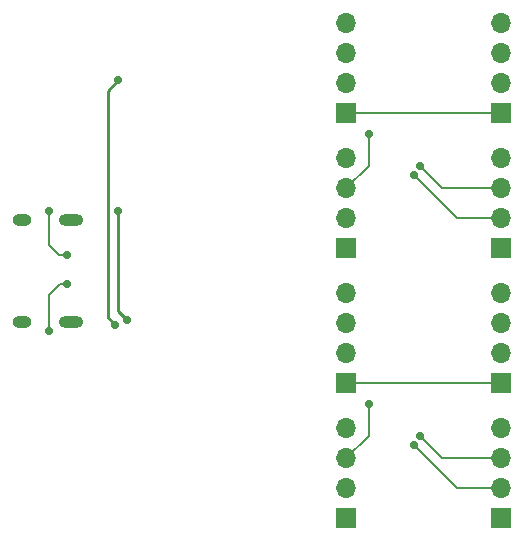
<source format=gbr>
%TF.GenerationSoftware,KiCad,Pcbnew,7.0.1*%
%TF.CreationDate,2023-04-24T21:53:49-04:00*%
%TF.ProjectId,lots-of-serial,6c6f7473-2d6f-4662-9d73-657269616c2e,rev?*%
%TF.SameCoordinates,Original*%
%TF.FileFunction,Copper,L2,Bot*%
%TF.FilePolarity,Positive*%
%FSLAX46Y46*%
G04 Gerber Fmt 4.6, Leading zero omitted, Abs format (unit mm)*
G04 Created by KiCad (PCBNEW 7.0.1) date 2023-04-24 21:53:49*
%MOMM*%
%LPD*%
G01*
G04 APERTURE LIST*
%TA.AperFunction,ComponentPad*%
%ADD10R,1.700000X1.700000*%
%TD*%
%TA.AperFunction,ComponentPad*%
%ADD11O,1.700000X1.700000*%
%TD*%
%TA.AperFunction,ComponentPad*%
%ADD12O,2.100000X1.000000*%
%TD*%
%TA.AperFunction,ComponentPad*%
%ADD13O,1.600000X1.000000*%
%TD*%
%TA.AperFunction,ViaPad*%
%ADD14C,0.700000*%
%TD*%
%TA.AperFunction,Conductor*%
%ADD15C,0.250000*%
%TD*%
%TA.AperFunction,Conductor*%
%ADD16C,0.200000*%
%TD*%
G04 APERTURE END LIST*
D10*
%TO.P,J5,1,Pin_1*%
%TO.N,Vo1*%
X105537000Y-60315000D03*
D11*
%TO.P,J5,2,Pin_2*%
%TO.N,232_TX1*%
X105537000Y-57775000D03*
%TO.P,J5,3,Pin_3*%
%TO.N,232_RX1*%
X105537000Y-55235000D03*
%TO.P,J5,4,Pin_4*%
%TO.N,GND*%
X105537000Y-52695000D03*
%TD*%
D10*
%TO.P,J8,1,Pin_1*%
%TO.N,Vo4*%
X105537000Y-94605000D03*
D11*
%TO.P,J8,2,Pin_2*%
%TO.N,232_TX4*%
X105537000Y-92065000D03*
%TO.P,J8,3,Pin_3*%
%TO.N,232_RX4*%
X105537000Y-89525000D03*
%TO.P,J8,4,Pin_4*%
%TO.N,GND*%
X105537000Y-86985000D03*
%TD*%
D10*
%TO.P,J7,1,Pin_1*%
%TO.N,Vo3*%
X105537000Y-83175000D03*
D11*
%TO.P,J7,2,Pin_2*%
%TO.N,232_TX3*%
X105537000Y-80635000D03*
%TO.P,J7,3,Pin_3*%
%TO.N,232_RX3*%
X105537000Y-78095000D03*
%TO.P,J7,4,Pin_4*%
%TO.N,GND*%
X105537000Y-75555000D03*
%TD*%
D10*
%TO.P,J6,1,Pin_1*%
%TO.N,Vo2*%
X105537000Y-71745000D03*
D11*
%TO.P,J6,2,Pin_2*%
%TO.N,232_TX2*%
X105537000Y-69205000D03*
%TO.P,J6,3,Pin_3*%
%TO.N,232_RX2*%
X105537000Y-66665000D03*
%TO.P,J6,4,Pin_4*%
%TO.N,GND*%
X105537000Y-64125000D03*
%TD*%
D10*
%TO.P,J4,1,Pin_1*%
%TO.N,Vo1*%
X92456000Y-60315000D03*
D11*
%TO.P,J4,2,Pin_2*%
%TO.N,TX1*%
X92456000Y-57775000D03*
%TO.P,J4,3,Pin_3*%
%TO.N,RX1*%
X92456000Y-55235000D03*
%TO.P,J4,4,Pin_4*%
%TO.N,GND*%
X92456000Y-52695000D03*
%TD*%
D10*
%TO.P,J1,1,Pin_1*%
%TO.N,Vo4*%
X92456000Y-94605000D03*
D11*
%TO.P,J1,2,Pin_2*%
%TO.N,TX4*%
X92456000Y-92065000D03*
%TO.P,J1,3,Pin_3*%
%TO.N,RX4*%
X92456000Y-89525000D03*
%TO.P,J1,4,Pin_4*%
%TO.N,GND*%
X92456000Y-86985000D03*
%TD*%
D10*
%TO.P,J2,1,Pin_1*%
%TO.N,Vo3*%
X92456000Y-83175000D03*
D11*
%TO.P,J2,2,Pin_2*%
%TO.N,TX3*%
X92456000Y-80635000D03*
%TO.P,J2,3,Pin_3*%
%TO.N,RX3*%
X92456000Y-78095000D03*
%TO.P,J2,4,Pin_4*%
%TO.N,GND*%
X92456000Y-75555000D03*
%TD*%
D10*
%TO.P,J3,1,Pin_1*%
%TO.N,Vo2*%
X92456000Y-71745000D03*
D11*
%TO.P,J3,2,Pin_2*%
%TO.N,TX2*%
X92456000Y-69205000D03*
%TO.P,J3,3,Pin_3*%
%TO.N,RX2*%
X92456000Y-66665000D03*
%TO.P,J3,4,Pin_4*%
%TO.N,GND*%
X92456000Y-64125000D03*
%TD*%
D12*
%TO.P,USB1,S1,SHIELD*%
%TO.N,unconnected-(USB1-SHIELD-PadS1)*%
X69170000Y-69340000D03*
D13*
X64990000Y-69340000D03*
D12*
X69170000Y-77980000D03*
D13*
X64990000Y-77980000D03*
%TD*%
D14*
%TO.N,Net-(D1-K)*%
X73152000Y-57531000D03*
X72898000Y-78232000D03*
%TO.N,Net-(D3-K)*%
X73914000Y-77851000D03*
X73152000Y-68580000D03*
%TO.N,RX4*%
X94361000Y-84963000D03*
%TO.N,RX2*%
X94361000Y-62103000D03*
%TO.N,232_TX4*%
X98171000Y-88392000D03*
%TO.N,232_RX4*%
X98679000Y-87630000D03*
%TO.N,232_TX2*%
X98171000Y-65532000D03*
%TO.N,232_RX2*%
X98679000Y-64770000D03*
%TO.N,Net-(USB1-CC2)*%
X67310000Y-78740000D03*
X68810498Y-74803000D03*
%TO.N,Net-(USB1-CC1)*%
X67310000Y-68580000D03*
X68815224Y-72353334D03*
%TD*%
D15*
%TO.N,Net-(D1-K)*%
X72263000Y-58420000D02*
X73152000Y-57531000D01*
X72263000Y-74549000D02*
X72263000Y-58420000D01*
X72898000Y-78232000D02*
X72263000Y-77597000D01*
X72263000Y-77597000D02*
X72263000Y-74549000D01*
%TO.N,Net-(D3-K)*%
X73152000Y-77089000D02*
X73914000Y-77851000D01*
X73152000Y-68580000D02*
X73152000Y-77089000D01*
D16*
%TO.N,Vo3*%
X92456000Y-83175000D02*
X105537000Y-83175000D01*
%TO.N,Vo1*%
X92456000Y-60315000D02*
X105537000Y-60315000D01*
%TO.N,RX4*%
X92456000Y-89525000D02*
X94361000Y-87620000D01*
X94361000Y-87620000D02*
X94361000Y-84963000D01*
%TO.N,RX2*%
X94361000Y-64760000D02*
X92456000Y-66665000D01*
X94361000Y-62103000D02*
X94361000Y-64760000D01*
%TO.N,232_RX4*%
X98679000Y-87630000D02*
X100574000Y-89525000D01*
X100574000Y-89525000D02*
X105537000Y-89525000D01*
%TO.N,232_TX4*%
X98171000Y-88392000D02*
X101844000Y-92065000D01*
X101844000Y-92065000D02*
X105537000Y-92065000D01*
%TO.N,232_RX2*%
X105537000Y-66665000D02*
X100574000Y-66665000D01*
X100574000Y-66665000D02*
X98679000Y-64770000D01*
%TO.N,232_TX2*%
X98171000Y-65532000D02*
X101854000Y-69215000D01*
X101854000Y-69215000D02*
X102997000Y-69215000D01*
X102997000Y-69215000D02*
X103007000Y-69205000D01*
X103007000Y-69205000D02*
X105537000Y-69205000D01*
%TO.N,Net-(USB1-CC2)*%
X68810498Y-74803000D02*
X68199000Y-74803000D01*
X67310000Y-75692000D02*
X67310000Y-78740000D01*
X68199000Y-74803000D02*
X67310000Y-75692000D01*
%TO.N,Net-(USB1-CC1)*%
X68815224Y-72353334D02*
X68162334Y-72353334D01*
X68162334Y-72353334D02*
X67691000Y-71882000D01*
X67310000Y-71501000D02*
X67310000Y-68580000D01*
X67691000Y-71882000D02*
X67310000Y-71501000D01*
%TD*%
M02*

</source>
